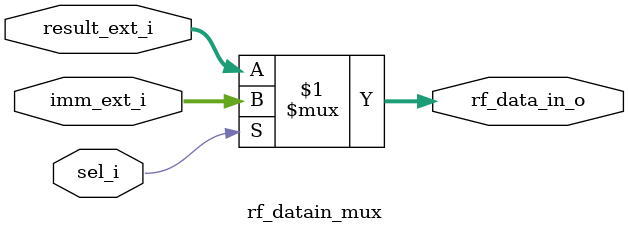
<source format=sv>
module rf_datain_mux(
    input  logic [31:0]  result_ext_i,
    input  logic [31:0]  imm_ext_i   ,
    input  logic         sel_i       ,
    output logic [31:0]  rf_data_in_o
    );
    
    assign rf_data_in_o = sel_i ? imm_ext_i : result_ext_i;
endmodule

</source>
